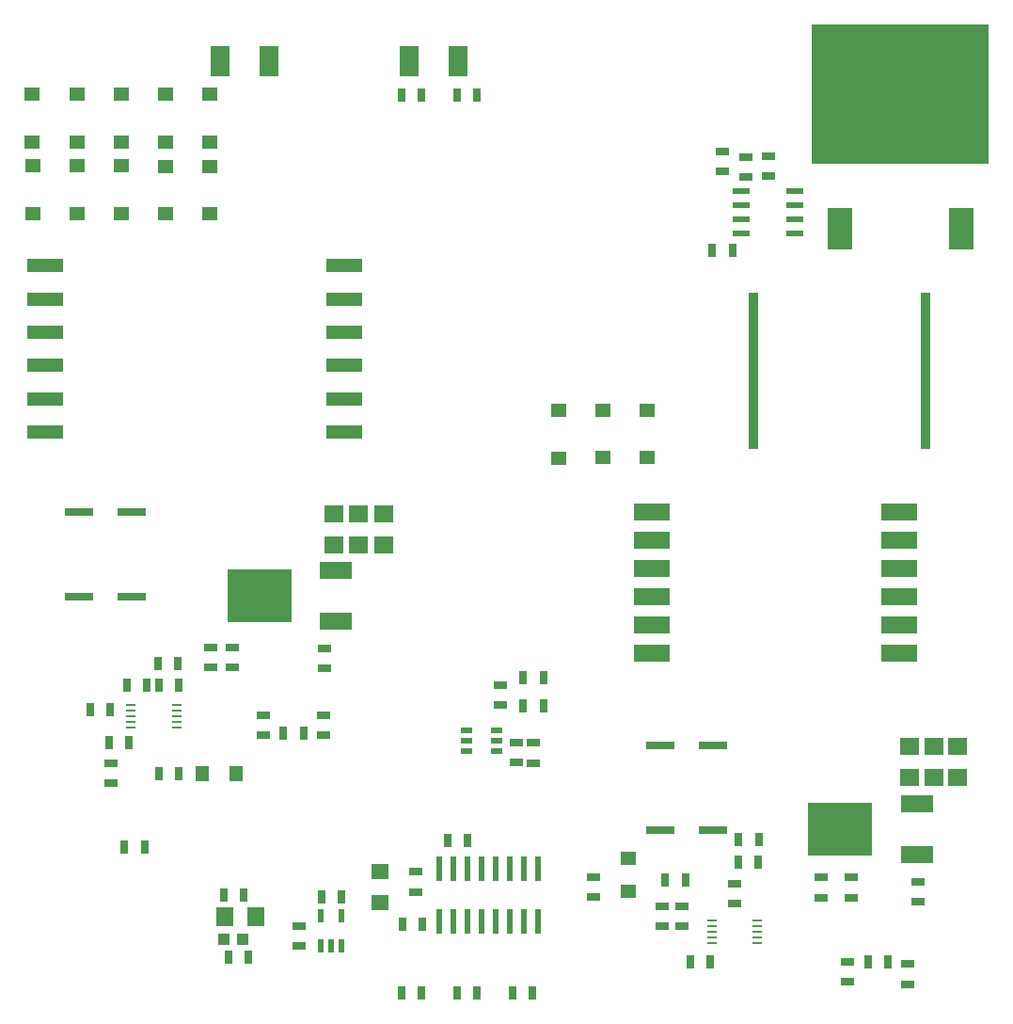
<source format=gtp>
G75*
%MOIN*%
%OFA0B0*%
%FSLAX25Y25*%
%IPPOS*%
%LPD*%
%AMOC8*
5,1,8,0,0,1.08239X$1,22.5*
%
%ADD10R,0.03150X0.04724*%
%ADD11R,0.05787X0.05000*%
%ADD12R,0.11811X0.06299*%
%ADD13R,0.22500X0.19000*%
%ADD14R,0.04724X0.03150*%
%ADD15R,0.07087X0.06299*%
%ADD16R,0.03445X0.00984*%
%ADD17R,0.13000X0.05000*%
%ADD18R,0.04724X0.05512*%
%ADD19R,0.13000X0.06000*%
%ADD20R,0.05512X0.04724*%
%ADD21R,0.04134X0.02362*%
%ADD22R,0.06102X0.02362*%
%ADD23R,0.04331X0.03937*%
%ADD24R,0.06299X0.07087*%
%ADD25R,0.10236X0.03150*%
%ADD26R,0.09134X0.15000*%
%ADD27R,0.62795X0.49409*%
%ADD28R,0.03543X0.55512*%
%ADD29R,0.02208X0.08583*%
%ADD30R,0.07087X0.10630*%
%ADD31R,0.02362X0.04724*%
%ADD32R,0.06299X0.05512*%
D10*
X0077362Y0077118D03*
X0084449Y0077118D03*
X0089454Y0103149D03*
X0096541Y0103149D03*
X0078954Y0114345D03*
X0071868Y0114345D03*
X0072243Y0126103D03*
X0065156Y0126103D03*
X0078194Y0134734D03*
X0085280Y0134734D03*
X0089476Y0134646D03*
X0096562Y0134646D03*
X0096269Y0142152D03*
X0089182Y0142152D03*
X0133690Y0117732D03*
X0140776Y0117732D03*
X0191957Y0079543D03*
X0199044Y0079543D03*
X0182902Y0049795D03*
X0175816Y0049795D03*
X0154162Y0059465D03*
X0147076Y0059465D03*
X0121176Y0038233D03*
X0114090Y0038233D03*
X0112405Y0060252D03*
X0119491Y0060252D03*
X0175422Y0025606D03*
X0182509Y0025606D03*
X0195107Y0025606D03*
X0202194Y0025606D03*
X0214792Y0025606D03*
X0221879Y0025606D03*
X0269049Y0065484D03*
X0276135Y0065484D03*
X0294931Y0072060D03*
X0302017Y0072060D03*
X0302117Y0079960D03*
X0295031Y0079960D03*
X0284871Y0036630D03*
X0277784Y0036630D03*
X0340776Y0036630D03*
X0347863Y0036630D03*
X0225816Y0127181D03*
X0218729Y0127181D03*
X0218729Y0137417D03*
X0225816Y0137417D03*
X0285658Y0288598D03*
X0292745Y0288598D03*
X0202194Y0343717D03*
X0195107Y0343717D03*
X0182509Y0343717D03*
X0175422Y0343717D03*
D11*
X0107668Y0343957D03*
X0091920Y0343957D03*
X0076172Y0343957D03*
X0060424Y0343957D03*
X0044676Y0343957D03*
X0044676Y0327028D03*
X0045054Y0318439D03*
X0060625Y0318490D03*
X0060424Y0327028D03*
X0076172Y0327028D03*
X0076225Y0318490D03*
X0091920Y0318367D03*
X0091920Y0327028D03*
X0107668Y0327028D03*
X0107668Y0318367D03*
X0107668Y0301438D03*
X0091920Y0301438D03*
X0076225Y0301561D03*
X0060625Y0301561D03*
X0045054Y0301510D03*
X0231343Y0232030D03*
X0246915Y0232080D03*
X0262515Y0232080D03*
X0262515Y0215151D03*
X0246915Y0215151D03*
X0231343Y0215101D03*
D12*
X0152331Y0175202D03*
X0152331Y0157249D03*
X0358180Y0092499D03*
X0358180Y0074546D03*
D13*
X0331022Y0083523D03*
X0125173Y0166225D03*
D14*
X0115639Y0147969D03*
X0115639Y0140882D03*
X0107989Y0140882D03*
X0107989Y0147969D03*
X0126603Y0124031D03*
X0126603Y0116945D03*
X0147863Y0116945D03*
X0147863Y0124031D03*
X0148294Y0140682D03*
X0148294Y0147769D03*
X0210461Y0134661D03*
X0210461Y0127575D03*
X0216367Y0114431D03*
X0222272Y0114189D03*
X0216367Y0107345D03*
X0222272Y0107102D03*
X0243532Y0066551D03*
X0243532Y0059465D03*
X0267854Y0056243D03*
X0267854Y0049157D03*
X0275034Y0049196D03*
X0275034Y0056283D03*
X0293674Y0057117D03*
X0293674Y0064203D03*
X0324074Y0066466D03*
X0324074Y0059380D03*
X0334874Y0059380D03*
X0334874Y0066466D03*
X0358474Y0065066D03*
X0358474Y0057980D03*
X0354950Y0035843D03*
X0354950Y0028756D03*
X0333690Y0029543D03*
X0333690Y0036630D03*
X0180556Y0061433D03*
X0180556Y0068520D03*
X0139202Y0049228D03*
X0139202Y0042142D03*
X0072666Y0100016D03*
X0072666Y0107102D03*
X0289202Y0316551D03*
X0289202Y0323638D03*
X0297724Y0321754D03*
X0305598Y0321984D03*
X0305598Y0314898D03*
X0297724Y0314668D03*
D15*
X0169125Y0195337D03*
X0160325Y0195337D03*
X0151725Y0195337D03*
X0151725Y0184313D03*
X0160325Y0184313D03*
X0169125Y0184313D03*
X0355474Y0113035D03*
X0364074Y0113035D03*
X0372474Y0113035D03*
X0372474Y0102011D03*
X0364074Y0102011D03*
X0355474Y0102011D03*
D16*
X0301654Y0051164D03*
X0301654Y0049195D03*
X0301654Y0047227D03*
X0301654Y0045258D03*
X0301654Y0043290D03*
X0285414Y0043290D03*
X0285414Y0045258D03*
X0285414Y0047227D03*
X0285414Y0049195D03*
X0285414Y0051164D03*
X0095805Y0119655D03*
X0095805Y0121624D03*
X0095805Y0123592D03*
X0095805Y0125561D03*
X0095805Y0127529D03*
X0079565Y0127529D03*
X0079565Y0125561D03*
X0079565Y0123592D03*
X0079565Y0121624D03*
X0079565Y0119655D03*
D17*
X0049120Y0224209D03*
X0049120Y0236009D03*
X0049120Y0247809D03*
X0049120Y0259609D03*
X0049120Y0271409D03*
X0049120Y0283209D03*
X0155120Y0283209D03*
X0155120Y0271409D03*
X0155120Y0259609D03*
X0155120Y0247809D03*
X0155120Y0236009D03*
X0155120Y0224209D03*
D18*
X0116743Y0103224D03*
X0104931Y0103224D03*
D19*
X0264069Y0146006D03*
X0264069Y0156006D03*
X0264069Y0166006D03*
X0264069Y0176006D03*
X0264069Y0186006D03*
X0264069Y0196006D03*
X0351869Y0196006D03*
X0351869Y0186006D03*
X0351869Y0176006D03*
X0351869Y0166006D03*
X0351869Y0156006D03*
X0351869Y0146006D03*
D20*
X0255797Y0073382D03*
X0255797Y0061571D03*
D21*
X0209200Y0111268D03*
X0209200Y0115008D03*
X0209200Y0118748D03*
X0198570Y0118748D03*
X0198570Y0115008D03*
X0198570Y0111268D03*
D22*
X0295976Y0294610D03*
X0295976Y0299610D03*
X0295976Y0304610D03*
X0295976Y0309610D03*
X0314874Y0309610D03*
X0314874Y0304610D03*
X0314874Y0299610D03*
X0314874Y0294610D03*
D23*
X0119320Y0044759D03*
X0112627Y0044759D03*
D24*
X0112984Y0052633D03*
X0124008Y0052633D03*
D25*
X0079986Y0165934D03*
X0061088Y0165934D03*
X0061088Y0195934D03*
X0079986Y0195934D03*
X0267151Y0113134D03*
X0286049Y0113134D03*
X0286049Y0083134D03*
X0267151Y0083134D03*
D26*
X0330917Y0296154D03*
X0373830Y0296154D03*
D27*
X0352373Y0344067D03*
D28*
X0361287Y0245943D03*
X0300263Y0245943D03*
D29*
X0224024Y0069561D03*
X0219024Y0069561D03*
X0214024Y0069561D03*
X0209024Y0069561D03*
X0204024Y0069561D03*
X0199024Y0069561D03*
X0194024Y0069561D03*
X0189024Y0069561D03*
X0189024Y0050943D03*
X0194024Y0050943D03*
X0199024Y0050943D03*
X0204024Y0050943D03*
X0209024Y0050943D03*
X0214024Y0050943D03*
X0219024Y0050943D03*
X0224024Y0050943D03*
D30*
X0195501Y0355528D03*
X0178178Y0355528D03*
X0128572Y0355528D03*
X0111249Y0355528D03*
D31*
X0146879Y0052969D03*
X0154359Y0052969D03*
X0154359Y0042339D03*
X0150619Y0042339D03*
X0146879Y0042339D03*
D32*
X0167942Y0057496D03*
X0167942Y0068520D03*
M02*

</source>
